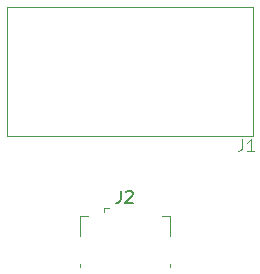
<source format=gbr>
%TF.GenerationSoftware,KiCad,Pcbnew,7.0.11-7.0.11~ubuntu22.04.1*%
%TF.CreationDate,2024-11-23T21:12:19-05:00*%
%TF.ProjectId,usb_to_roller_ctrl,7573625f-746f-45f7-926f-6c6c65725f63,rev?*%
%TF.SameCoordinates,Original*%
%TF.FileFunction,Legend,Top*%
%TF.FilePolarity,Positive*%
%FSLAX46Y46*%
G04 Gerber Fmt 4.6, Leading zero omitted, Abs format (unit mm)*
G04 Created by KiCad (PCBNEW 7.0.11-7.0.11~ubuntu22.04.1) date 2024-11-23 21:12:19*
%MOMM*%
%LPD*%
G01*
G04 APERTURE LIST*
%ADD10C,0.100000*%
%ADD11C,0.150000*%
%ADD12C,0.120000*%
G04 APERTURE END LIST*
D10*
X165503266Y-97984019D02*
X165503266Y-98698304D01*
X165503266Y-98698304D02*
X165455647Y-98841161D01*
X165455647Y-98841161D02*
X165360409Y-98936400D01*
X165360409Y-98936400D02*
X165217552Y-98984019D01*
X165217552Y-98984019D02*
X165122314Y-98984019D01*
X166503266Y-98984019D02*
X165931838Y-98984019D01*
X166217552Y-98984019D02*
X166217552Y-97984019D01*
X166217552Y-97984019D02*
X166122314Y-98126876D01*
X166122314Y-98126876D02*
X166027076Y-98222114D01*
X166027076Y-98222114D02*
X165931838Y-98269733D01*
D11*
X155248066Y-102346019D02*
X155248066Y-103060304D01*
X155248066Y-103060304D02*
X155200447Y-103203161D01*
X155200447Y-103203161D02*
X155105209Y-103298400D01*
X155105209Y-103298400D02*
X154962352Y-103346019D01*
X154962352Y-103346019D02*
X154867114Y-103346019D01*
X155676638Y-102441257D02*
X155724257Y-102393638D01*
X155724257Y-102393638D02*
X155819495Y-102346019D01*
X155819495Y-102346019D02*
X156057590Y-102346019D01*
X156057590Y-102346019D02*
X156152828Y-102393638D01*
X156152828Y-102393638D02*
X156200447Y-102441257D01*
X156200447Y-102441257D02*
X156248066Y-102536495D01*
X156248066Y-102536495D02*
X156248066Y-102631733D01*
X156248066Y-102631733D02*
X156200447Y-102774590D01*
X156200447Y-102774590D02*
X155629019Y-103346019D01*
X155629019Y-103346019D02*
X156248066Y-103346019D01*
D10*
%TO.C,J1*%
X145584300Y-86762500D02*
X166412300Y-86762500D01*
X166412300Y-86762500D02*
X166412300Y-97684500D01*
X166412300Y-97684500D02*
X145584300Y-97684500D01*
X145584300Y-97684500D02*
X145584300Y-86762500D01*
D12*
%TO.C,J2*%
X151771400Y-104481200D02*
X152431400Y-104481200D01*
X151771400Y-106211200D02*
X151771400Y-104481200D01*
X151771400Y-108781200D02*
X151771400Y-108571200D01*
X153821400Y-103781200D02*
X153821400Y-104171200D01*
X153821400Y-103781200D02*
X154271400Y-103781200D01*
X159391400Y-104481200D02*
X158741400Y-104481200D01*
X159391400Y-106211200D02*
X159391400Y-104481200D01*
X159391400Y-108781200D02*
X159391400Y-108571200D01*
%TD*%
M02*

</source>
